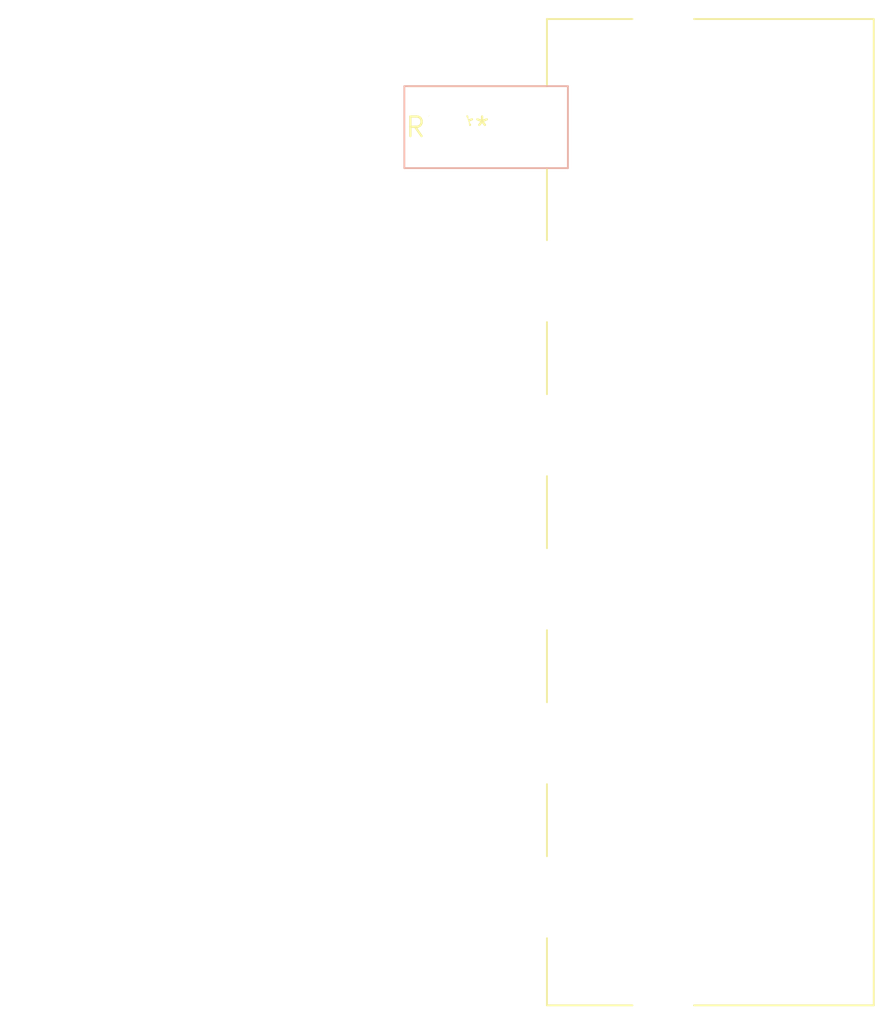
<source format=kicad_pcb>
(kicad_pcb (version 20240108) (generator pcbnew)
  (layers (0 "F.Cu" signal) (31 "B.Cu" signal) (34 "B.Paste" user) (35 "F.Paste" user) (36 "B.SilkS" user "B.Silkscreen") (37 "F.SilkS" user "F.Silkscreen") (38 "B.Mask" user) (39 "F.Mask" user) (44 "Edge.Cuts" user))
  (net 0 "")
  (footprint "Molex_Mini-Fit_Sr_42820-62XX_1x06_P10.00mm_Horizontal" (layer "F.Cu") (at 0 0)
    (property "Reference" "REF**")
    (property "Value" "Molex_Mini-Fit_Sr_42820-62XX_1x06_P10.00mm_Horizontal")
    (fp_line (start -2.81 -2.66) (end -2.81 2.66) (layer "B.SilkS") (stroke (width 0.12)))
    (fp_line (start -2.81 2.66) (end 7.81 2.66) (layer "B.SilkS") (stroke (width 0.12)))
    (fp_line (start 7.81 -2.66) (end -2.81 -2.66) (layer "B.SilkS") (stroke (width 0.12)))
    (fp_line (start 7.81 2.66) (end 7.81 -2.66) (layer "B.SilkS") (stroke (width 0.12)))
    (fp_line (start 6.45 -7.02) (end 12 -7.02) (layer "F.SilkS") (stroke (width 0.12)))
    (fp_line (start 6.45 -2.66) (end -2.55 -2.66) (layer "F.SilkS") (stroke (width 0.12)))
    (fp_line (start 6.45 -2.66) (end 6.45 -7.02) (layer "F.SilkS") (stroke (width 0.12)))
    (fp_line (start 6.45 2.66) (end 6.45 7.34) (layer "F.SilkS") (stroke (width 0.12)))
    (fp_line (start 6.45 12.66) (end 6.45 17.34) (layer "F.SilkS") (stroke (width 0.12)))
    (fp_line (start 6.45 22.66) (end 6.45 27.34) (layer "F.SilkS") (stroke (width 0.12)))
    (fp_line (start 6.45 32.66) (end 6.45 37.34) (layer "F.SilkS") (stroke (width 0.12)))
    (fp_line (start 6.45 42.66) (end 6.45 47.34) (layer "F.SilkS") (stroke (width 0.12)))
    (fp_line (start 6.45 52.66) (end 6.45 57.02) (layer "F.SilkS") (stroke (width 0.12)))
    (fp_line (start 6.45 57.02) (end 12 57.02) (layer "F.SilkS") (stroke (width 0.12)))
    (fp_line (start 16 -7.02) (end 27.67 -7.02) (layer "F.SilkS") (stroke (width 0.12)))
    (fp_line (start 16 57.02) (end 27.67 57.02) (layer "F.SilkS") (stroke (width 0.12)))
    (fp_line (start 27.67 -7.02) (end 27.67 25) (layer "F.SilkS") (stroke (width 0.12)))
    (fp_line (start 27.67 57.02) (end 27.67 25) (layer "F.SilkS") (stroke (width 0.12)))
    (pad "" thru_hole circle (at 14 -5.73) (size 4 4) (drill 3) (layers *.Cu *.Mask) (remove_unused_layers))
    (pad "" thru_hole circle (at 14 55.73) (size 4 4) (drill 3) (layers *.Cu *.Mask) (remove_unused_layers))
    (pad "1" thru_hole rect (at 0 0) (size 5.1 4.8) (drill 2.8) (layers *.Cu *.Mask) (remove_unused_layers))
    (pad "1" thru_hole rect (at 5 0) (size 5.1 4.8) (drill 2.8) (layers *.Cu *.Mask) (remove_unused_layers))
    (pad "2" thru_hole rect (at 0 10) (size 5.1 4.8) (drill 2.8) (layers *.Cu *.Mask) (remove_unused_layers))
    (pad "2" thru_hole rect (at 5 10) (size 5.1 4.8) (drill 2.8) (layers *.Cu *.Mask) (remove_unused_layers))
    (pad "3" thru_hole rect (at 0 20) (size 5.1 4.8) (drill 2.8) (layers *.Cu *.Mask) (remove_unused_layers))
    (pad "3" thru_hole rect (at 5 20) (size 5.1 4.8) (drill 2.8) (layers *.Cu *.Mask) (remove_unused_layers))
    (pad "4" thru_hole rect (at 0 30) (size 5.1 4.8) (drill 2.8) (layers *.Cu *.Mask) (remove_unused_layers))
    (pad "4" thru_hole rect (at 5 30) (size 5.1 4.8) (drill 2.8) (layers *.Cu *.Mask) (remove_unused_layers))
    (pad "5" thru_hole rect (at 0 40) (size 5.1 4.8) (drill 2.8) (layers *.Cu *.Mask) (remove_unused_layers))
    (pad "5" thru_hole rect (at 5 40) (size 5.1 4.8) (drill 2.8) (layers *.Cu *.Mask) (remove_unused_layers))
    (pad "6" thru_hole rect (at 0 50) (size 5.1 4.8) (drill 2.8) (layers *.Cu *.Mask) (remove_unused_layers))
    (pad "6" thru_hole rect (at 5 50) (size 5.1 4.8) (drill 2.8) (layers *.Cu *.Mask) (remove_unused_layers))
  )
)
</source>
